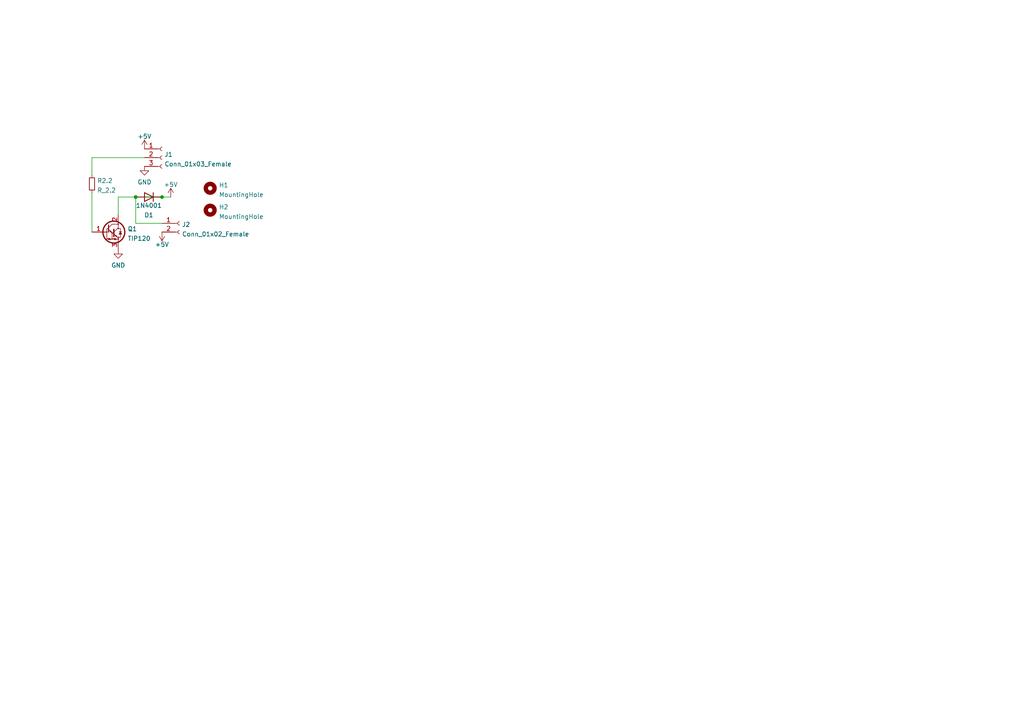
<source format=kicad_sch>
(kicad_sch (version 20211123) (generator eeschema)
  (paper "A4")
  (lib_symbols
    (symbol "Connector:Conn_01x02_Female" (pin_names (offset 1.016) hide)
      (property "Reference" "J" (at 0 2.54 0))
      (property "Value" "Conn_01x02_Female" (at 0 -5.08 0))
      (symbol "Conn_01x02_Female_1_1"
        (arc (start 0 -2.032) (mid -0.508 -2.54) (end 0 -3.048) (stroke (width 0.1524)))
        (polyline (pts (xy -1.27 -2.54) (xy -0.508 -2.54)) (stroke (width 0.1524)))
        (polyline (pts (xy -1.27 0) (xy -0.508 0)) (stroke (width 0.1524)))
        (arc (start 0 0.508) (mid -0.508 0) (end 0 -0.508) (stroke (width 0.1524)))
        (pin passive line (at -5.08 0 0) (length 3.81) (name "Pin_1") (number "1"))
        (pin passive line (at -5.08 -2.54 0) (length 3.81) (name "Pin_2") (number "2"))
      )
    )
    (symbol "Connector:Conn_01x03_Female" (pin_names (offset 1.016) hide)
      (property "Reference" "J" (at 0 5.08 0))
      (property "Value" "Conn_01x03_Female" (at 0 -5.08 0))
      (symbol "Conn_01x03_Female_1_1"
        (arc (start 0 -2.032) (mid -0.508 -2.54) (end 0 -3.048) (stroke (width 0.1524)))
        (polyline (pts (xy -1.27 -2.54) (xy -0.508 -2.54)) (stroke (width 0.1524)))
        (polyline (pts (xy -1.27 0) (xy -0.508 0)) (stroke (width 0.1524)))
        (polyline (pts (xy -1.27 2.54) (xy -0.508 2.54)) (stroke (width 0.1524)))
        (arc (start 0 0.508) (mid -0.508 0) (end 0 -0.508) (stroke (width 0.1524)))
        (arc (start 0 3.048) (mid -0.508 2.54) (end 0 2.032) (stroke (width 0.1524)))
        (pin passive line (at -5.08 2.54 0) (length 3.81) (name "Pin_1") (number "1"))
        (pin passive line (at -5.08 0 0) (length 3.81) (name "Pin_2") (number "2"))
        (pin passive line (at -5.08 -2.54 0) (length 3.81) (name "Pin_3") (number "3"))
      )
    )
    (symbol "Device:R_Small" (pin_numbers hide) (pin_names (offset 0.254) hide)
      (property "Reference" "R" (at 0.762 0.508 0))
      (property "Value" "R_Small" (at 0.762 -1.016 0))
      (symbol "R_Small_0_1"
        (rectangle (start -0.762 1.778) (end 0.762 -1.778) (stroke (width 0.2032)))
      )
      (symbol "R_Small_1_1"
        (pin passive line (at 0 2.54 270) (length 0.762) (name "~") (number "1"))
        (pin passive line (at 0 -2.54 90) (length 0.762) (name "~") (number "2"))
      )
    )
    (symbol "Diode:1N4001" (pin_numbers hide) (pin_names (offset 1.016) hide)
      (property "Reference" "D" (at 0 2.54 0))
      (property "Value" "1N4001" (at 0 -2.54 0))
      (symbol "1N4001_0_1"
        (polyline (pts (xy -1.27 1.27) (xy -1.27 -1.27)) (stroke (width 0.254)))
        (polyline (pts (xy 1.27 0) (xy -1.27 0)))
        (polyline (pts (xy 1.27 1.27) (xy 1.27 -1.27) (xy -1.27 0) (xy 1.27 1.27)) (stroke (width 0.254)))
      )
      (symbol "1N4001_1_1"
        (pin passive line (at -3.81 0 0) (length 2.54) (name "K") (number "1"))
        (pin passive line (at 3.81 0 180) (length 2.54) (name "A") (number "2"))
      )
    )
    (symbol "Mechanical:MountingHole" (pin_names (offset 1.016))
      (property "Reference" "H" (at 0 5.08 0))
      (property "Value" "MountingHole" (at 0 3.175 0))
      (symbol "MountingHole_0_1"
        (circle (center 0 0) (radius 1.27) (stroke (width 1.27)))
      )
    )
    (symbol "Transistor_BJT:TIP120" (pin_names (offset 0) hide)
      (property "Reference" "Q" (at 5.08 1.905 0))
      (property "Value" "TIP120" (at 5.08 0 0))
      (symbol "TIP120_0_1"
        (circle (center -0.762 0) (radius 0.127))
        (polyline (pts (xy -1.27 0) (xy -0.889 0)))
        (polyline (pts (xy 2.54 -2.032) (xy 2.54 -2.54)))
        (polyline (pts (xy 2.54 -1.524) (xy 3.175 -1.524)))
        (polyline (pts (xy 2.794 0.127) (xy 3.556 0.127)))
        (polyline (pts (xy 3.175 -0.635) (xy 3.175 -1.524)))
        (polyline (pts (xy 3.175 1.016) (xy 2.54 1.016)))
        (polyline (pts (xy 3.175 1.016) (xy 3.175 0.127)))
        (polyline (pts (xy -0.254 0.762) (xy 0.762 -0.254) (xy 1.27 -0.254)))
        (polyline (pts (xy -0.254 1.016) (xy -0.762 1.016) (xy -0.762 -2.032)))
        (polyline (pts (xy -0.254 1.27) (xy 0.762 2.286) (xy 2.54 2.286)))
        (polyline (pts (xy -0.254 2.032) (xy -0.254 0) (xy -0.254 0)) (stroke (width 0.3048)))
        (polyline (pts (xy 1.27 0.762) (xy 1.27 -1.27) (xy 1.27 -1.27)) (stroke (width 0.381)))
        (polyline (pts (xy 0.635 -0.127) (xy 0.381 0.381) (xy 0.127 0.127) (xy 0.635 -0.127)))
        (polyline (pts (xy 1.27 -0.508) (xy 2.286 -1.524) (xy 2.54 -1.524) (xy 2.54 -2.032)))
        (polyline (pts (xy 1.27 0) (xy 2.286 1.016) (xy 2.54 1.016) (xy 2.54 2.286)))
        (polyline (pts (xy 2.159 -1.397) (xy 1.905 -0.889) (xy 1.651 -1.143) (xy 2.159 -1.397)))
        (polyline (pts (xy 3.175 0.127) (xy 2.794 -0.635) (xy 3.556 -0.635) (xy 3.175 0.127)) (fill (type outline)))
        (polyline (pts (xy 0.762 -2.032) (xy 0.381 -2.032) (xy 0.254 -2.286) (xy 0.127 -1.778) (xy 0 -2.286) (xy -0.127 -1.778) (xy -0.254 -2.286) (xy -0.381 -1.778) (xy -0.508 -2.032) (xy -0.762 -2.032)))
        (polyline (pts (xy 0.762 -0.254) (xy 0.762 -2.032) (xy 1.143 -2.032) (xy 1.27 -1.778) (xy 1.397 -2.286) (xy 1.524 -1.778) (xy 1.651 -2.286) (xy 1.778 -1.778) (xy 1.905 -2.286) (xy 2.032 -2.032) (xy 2.54 -2.032)))
        (circle (center 0.762 -2.032) (radius 0.127))
        (circle (center 0.762 -0.254) (radius 0.127))
        (circle (center 1.27 0) (radius 3.175) (stroke (width 0.3556)))
        (circle (center 2.54 -2.032) (radius 0.127))
        (circle (center 2.54 -1.524) (radius 0.127))
        (circle (center 2.54 1.016) (radius 0.127))
        (circle (center 2.54 2.286) (radius 0.127))
      )
      (symbol "TIP120_1_1"
        (pin input line (at -5.08 0 0) (length 3.81) (name "B") (number "1"))
        (pin passive line (at 2.54 5.08 270) (length 2.667) (name "C") (number "2"))
        (pin passive line (at 2.54 -5.08 90) (length 2.54) (name "E") (number "3"))
      )
    )
    (symbol "power:+5V" (power) (pin_names (offset 0))
      (property "Value" "+5V" (at 0 3.556 0))
      (symbol "+5V_0_1"
        (polyline (pts (xy -0.762 1.27) (xy 0 2.54)))
        (polyline (pts (xy 0 0) (xy 0 2.54)))
        (polyline (pts (xy 0 2.54) (xy 0.762 1.27)))
      )
      (symbol "+5V_1_1"
        (pin power_in line (at 0 0 90) (length 0) hide (name "+5V") (number "1"))
      )
    )
    (symbol "power:GND" (power) (pin_names (offset 0))
      (property "Value" "GND" (at 0 -3.81 0))
      (symbol "GND_0_1"
        (polyline (pts (xy 0 0) (xy 0 -1.27) (xy 1.27 -1.27) (xy 0 -2.54) (xy -1.27 -1.27) (xy 0 -1.27)))
      )
      (symbol "GND_1_1"
        (pin power_in line (at 0 0 270) (length 0) hide (name "GND") (number "1"))
      )
    )
  )
  (junction (at 46.99 57.15))
  (junction (at 39.37 57.15))
  (wire (pts (xy 26.67 55.88) (xy 26.67 67.31)))
  (wire (pts (xy 26.67 45.72) (xy 26.67 50.8)))
  (wire (pts (xy 34.29 57.15) (xy 34.29 62.23)))
  (wire (pts (xy 46.99 57.15) (xy 49.53 57.15)))
  (wire (pts (xy 39.37 64.77) (xy 39.37 57.15)))
  (wire (pts (xy 46.99 64.77) (xy 39.37 64.77)))
  (wire (pts (xy 41.91 57.15) (xy 46.99 57.15)))
  (wire (pts (xy 41.91 45.72) (xy 26.67 45.72)))
  (wire (pts (xy 34.29 57.15) (xy 39.37 57.15)))
  (symbol (lib_id "Device:R_Small") (at 26.67 53.34 0) (unit 1)
    (property "Reference" "R2.2" (at 28.1686 52.4315 0) (effects (justify left)))
    (property "Value" "R_2.2" (at 28.1686 55.2066 0) (effects (justify left)))
    (property "Footprint" "Keebio-Parts:Resistor" (effects hide))
  )
  (symbol (lib_id "power:GND") (at 34.29 72.39 0) (unit 1)
    (property "Reference" "#PWR0101" (effects hide))
    (property "Value" "GND" (at 34.29 76.9525 0))
  )
  (symbol (lib_id "Diode:1N4001") (at 43.18 57.15 180) (unit 1)
    (property "Reference" "D1" (at 43.18 62.3865 0))
    (property "Value" "1N4001" (at 43.18 59.6114 0))
    (property "Footprint" "Diode_THT:D_DO-41_SOD81_P10.16mm_Horizontal" (effects hide))
    (property "Datasheet" "http://www.vishay.com/docs/88503/1n4001.pdf" (effects hide))
  )
  (symbol (lib_id "Connector:Conn_01x02_Female") (at 52.07 64.77 0) (unit 1)
    (property "Reference" "J2" (at 52.7812 65.1315 0) (effects (justify left)))
    (property "Value" "Conn_01x02_Female" (at 52.7812 67.9066 0) (effects (justify left)))
    (property "Footprint" "Connector_PinHeader_2.54mm:PinHeader_1x02_P2.54mm_Vertical" (effects hide))
  )
  (symbol (lib_id "power:+5V") (at 41.91 43.18 0) (unit 1)
    (property "Reference" "#PWR0102" (effects hide))
    (property "Value" "+5V" (at 41.91 39.5755 0))
  )
  (symbol (lib_id "power:GND") (at 41.91 48.26 0) (unit 1)
    (property "Reference" "#PWR0103" (effects hide))
    (property "Value" "GND" (at 41.91 52.8225 0))
  )
  (symbol (lib_id "power:+5V") (at 46.99 67.31 180) (unit 1)
    (property "Reference" "#PWR0104" (effects hide))
    (property "Value" "+5V" (at 46.99 70.9145 0))
  )
  (symbol (lib_id "Mechanical:MountingHole") (at 60.96 60.96 0) (unit 1)
    (property "Reference" "H2" (at 63.5 60.0515 0) (effects (justify left)))
    (property "Value" "MountingHole" (at 63.5 62.8266 0) (effects (justify left)))
    (property "Footprint" "MountingHole:MountingHole_2.2mm_M2_Pad" (effects hide))
  )
  (symbol (lib_id "Connector:Conn_01x03_Female") (at 46.99 45.72 0) (unit 1)
    (property "Reference" "J1" (at 47.7012 44.8115 0) (effects (justify left)))
    (property "Value" "Conn_01x03_Female" (at 47.7012 47.5866 0) (effects (justify left)))
    (property "Footprint" "Connector_PinHeader_2.54mm:PinHeader_1x03_P2.54mm_Vertical" (effects hide))
  )
  (symbol (lib_id "power:+5V") (at 49.53 57.15 0) (unit 1)
    (property "Reference" "#PWR0105" (effects hide))
    (property "Value" "+5V" (at 49.53 53.5455 0))
  )
  (symbol (lib_id "Transistor_BJT:TIP120") (at 31.75 67.31 0) (unit 1)
    (property "Reference" "Q1" (at 37.0078 66.4015 0) (effects (justify left)))
    (property "Value" "TIP120" (at 37.0078 69.1766 0) (effects (justify left)))
    (property "Footprint" "Package_TO_SOT_THT:TO-220-3_Vertical" (effects hide))
    (property "Datasheet" "https://www.onsemi.com/pub/Collateral/TIP120-D.PDF" (effects hide))
  )
  (symbol (lib_id "Mechanical:MountingHole") (at 60.96 54.61 0) (unit 1)
    (property "Reference" "H1" (at 63.5 53.7015 0) (effects (justify left)))
    (property "Value" "MountingHole" (at 63.5 56.4766 0) (effects (justify left)))
    (property "Footprint" "MountingHole:MountingHole_2.2mm_M2_Pad" (effects hide))
  )
)
</source>
